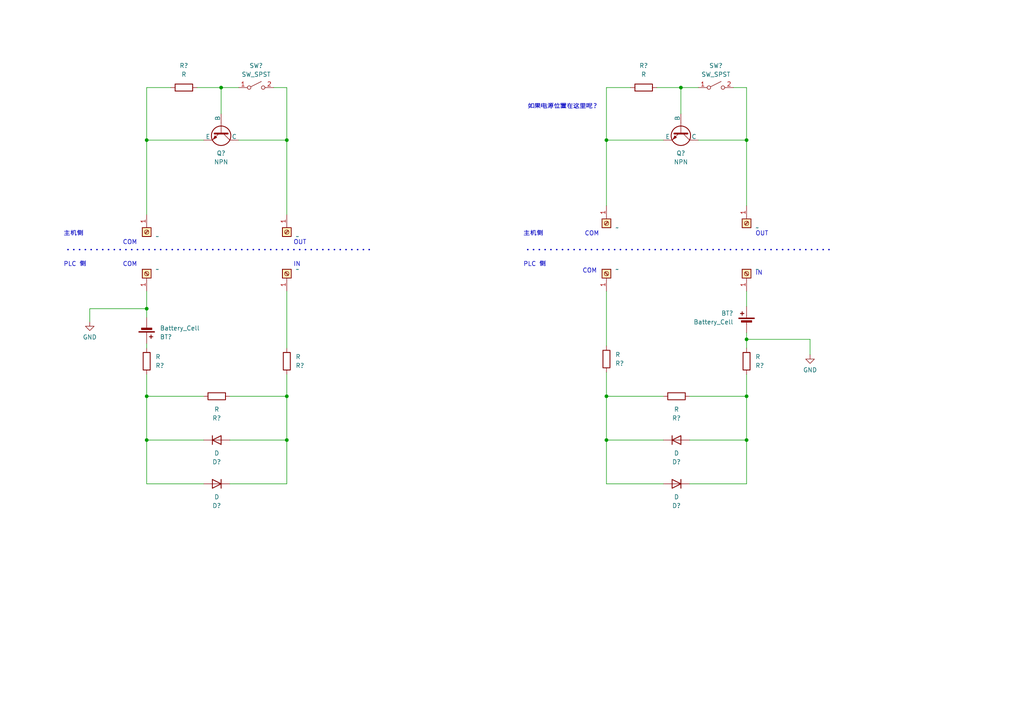
<source format=kicad_sch>
(kicad_sch (version 20230121) (generator eeschema)
  (paper "A4")
  (lib_symbols
    (symbol "Connector:Screw_Terminal_01x01" (pin_names (offset 1.016) hide)
      (property "Reference" "J" (at 0 2.54 0))
      (property "Value" "Screw_Terminal_01x01" (at 0 -2.54 0))
      (symbol "Screw_Terminal_01x01_1_1"
        (rectangle (start -1.27 1.27) (end 1.27 -1.27) (stroke (width 0.254)) (fill (type background)))
        (polyline (pts (xy -0.5334 0.3302) (xy 0.3302 -0.508)) (stroke (width 0.1524)))
        (polyline (pts (xy -0.3556 0.508) (xy 0.508 -0.3302)) (stroke (width 0.1524)))
        (circle (center 0 0) (radius 0.635) (stroke (width 0.1524)))
        (pin passive line (at -5.08 0 0) (length 3.81) (name "Pin_1") (number "1"))
      )
    )
    (symbol "Device:Battery_Cell" (pin_numbers hide) (pin_names (offset 0) hide)
      (property "Reference" "BT" (at 2.54 2.54 0))
      (property "Value" "Battery_Cell" (at 2.54 0 0))
      (symbol "Battery_Cell_0_1"
        (rectangle (start -2.286 1.778) (end 2.286 1.524) (fill (type outline)))
        (rectangle (start -1.524 1.016) (end 1.524 0.508) (fill (type outline)))
        (polyline (pts (xy 0 0.762) (xy 0 0)))
        (polyline (pts (xy 0 1.778) (xy 0 2.54)))
        (polyline (pts (xy 0.762 3.048) (xy 1.778 3.048)) (stroke (width 0.254)))
        (polyline (pts (xy 1.27 3.556) (xy 1.27 2.54)) (stroke (width 0.254)))
      )
      (symbol "Battery_Cell_1_1"
        (pin passive line (at 0 5.08 270) (length 2.54) (name "+") (number "1"))
        (pin passive line (at 0 -2.54 90) (length 2.54) (name "-") (number "2"))
      )
    )
    (symbol "Device:D" (pin_numbers hide) (pin_names (offset 1.016) hide)
      (property "Reference" "D" (at 0 2.54 0))
      (property "Value" "D" (at 0 -2.54 0))
      (symbol "D_0_1"
        (polyline (pts (xy -1.27 1.27) (xy -1.27 -1.27)) (stroke (width 0.254)))
        (polyline (pts (xy 1.27 0) (xy -1.27 0)))
        (polyline (pts (xy 1.27 1.27) (xy 1.27 -1.27) (xy -1.27 0) (xy 1.27 1.27)) (stroke (width 0.254)))
      )
      (symbol "D_1_1"
        (pin passive line (at -3.81 0 0) (length 2.54) (name "K") (number "1"))
        (pin passive line (at 3.81 0 180) (length 2.54) (name "A") (number "2"))
      )
    )
    (symbol "Device:R" (pin_numbers hide) (pin_names (offset 0))
      (property "Reference" "R" (at 2.032 0 90))
      (property "Value" "R" (at 0 0 90))
      (symbol "R_0_1"
        (rectangle (start -1.016 -2.54) (end 1.016 2.54) (stroke (width 0.254)))
      )
      (symbol "R_1_1"
        (pin passive line (at 0 3.81 270) (length 1.27) (name "~") (number "1"))
        (pin passive line (at 0 -3.81 90) (length 1.27) (name "~") (number "2"))
      )
    )
    (symbol "Simulation_SPICE:NPN" (pin_numbers hide) (pin_names (offset 0))
      (property "Reference" "Q" (at -2.54 7.62 0))
      (property "Value" "NPN" (at -2.54 5.08 0))
      (symbol "NPN_0_1"
        (polyline (pts (xy -2.54 0) (xy 0.635 0)) (stroke (width 0.1524)))
        (polyline (pts (xy 0.635 0.635) (xy 2.54 2.54)))
        (polyline (pts (xy 2.794 -1.27) (xy 2.794 -1.27)) (stroke (width 0.1524)))
        (polyline (pts (xy 2.794 -1.27) (xy 2.794 -1.27)) (stroke (width 0.1524)))
        (polyline (pts (xy 0.635 -0.635) (xy 2.54 -2.54) (xy 2.54 -2.54)))
        (polyline (pts (xy 0.635 1.905) (xy 0.635 -1.905) (xy 0.635 -1.905)) (stroke (width 0.508)))
        (polyline (pts (xy 1.27 -1.778) (xy 1.778 -1.27) (xy 2.286 -2.286) (xy 1.27 -1.778) (xy 1.27 -1.778)) (fill (type outline)))
        (circle (center 1.27 0) (radius 2.8194) (stroke (width 0.254)))
      )
      (symbol "NPN_1_1"
        (pin open_collector line (at 2.54 5.08 270) (length 2.54) (name "C") (number "1"))
        (pin input line (at -5.08 0 0) (length 2.54) (name "B") (number "2"))
        (pin open_emitter line (at 2.54 -5.08 90) (length 2.54) (name "E") (number "3"))
      )
    )
    (symbol "Switch:SW_SPST" (pin_names (offset 0) hide)
      (property "Reference" "SW" (at 0 3.175 0))
      (property "Value" "SW_SPST" (at 0 -2.54 0))
      (symbol "SW_SPST_0_0"
        (circle (center -2.032 0) (radius 0.508))
        (polyline (pts (xy -1.524 0.254) (xy 1.524 1.778)))
        (circle (center 2.032 0) (radius 0.508))
      )
      (symbol "SW_SPST_1_1"
        (pin passive line (at -5.08 0 0) (length 2.54) (name "A") (number "1"))
        (pin passive line (at 5.08 0 180) (length 2.54) (name "B") (number "2"))
      )
    )
    (symbol "power:GND" (power) (pin_names (offset 0))
      (property "Value" "GND" (at 0 -3.81 0))
      (symbol "GND_0_1"
        (polyline (pts (xy 0 0) (xy 0 -1.27) (xy 1.27 -1.27) (xy 0 -2.54) (xy -1.27 -1.27) (xy 0 -1.27)))
      )
      (symbol "GND_1_1"
        (pin power_in line (at 0 0 270) (length 0) hide (name "GND") (number "1"))
      )
    )
  )
  (junction (at 175.895 114.935))
  (junction (at 175.895 40.64))
  (junction (at 42.545 114.935))
  (junction (at 42.545 40.64))
  (junction (at 216.535 98.425))
  (junction (at 42.545 89.535))
  (junction (at 64.135 25.4))
  (junction (at 197.485 25.4))
  (junction (at 216.535 114.935))
  (junction (at 216.535 40.64))
  (junction (at 83.185 127.635))
  (junction (at 216.535 127.635))
  (junction (at 83.185 114.935))
  (junction (at 175.895 127.635))
  (junction (at 42.545 127.635))
  (junction (at 83.185 40.64))
  (wire (pts (xy 83.185 40.64) (xy 83.185 62.23)))
  (wire (pts (xy 42.545 114.935) (xy 59.055 114.935)))
  (wire (pts (xy 200.025 140.335) (xy 216.535 140.335)))
  (wire (pts (xy 216.535 98.425) (xy 216.535 96.52)))
  (wire (pts (xy 59.055 40.64) (xy 42.545 40.64)))
  (polyline (pts (xy 19.685 72.39) (xy 108.585 72.39)) (stroke (width 0.4) (type dot)))
  (wire (pts (xy 234.95 98.425) (xy 216.535 98.425)))
  (wire (pts (xy 42.545 25.4) (xy 42.545 40.64)))
  (wire (pts (xy 175.895 140.335) (xy 175.895 127.635)))
  (wire (pts (xy 212.725 25.4) (xy 216.535 25.4)))
  (wire (pts (xy 83.185 114.935) (xy 83.185 108.585)))
  (wire (pts (xy 69.215 40.64) (xy 83.185 40.64)))
  (wire (pts (xy 197.485 25.4) (xy 202.565 25.4)))
  (wire (pts (xy 42.545 40.64) (xy 42.545 62.23)))
  (wire (pts (xy 216.535 40.64) (xy 216.535 59.69)))
  (wire (pts (xy 59.055 140.335) (xy 42.545 140.335)))
  (wire (pts (xy 42.545 99.695) (xy 42.545 100.965)))
  (wire (pts (xy 192.405 140.335) (xy 175.895 140.335)))
  (wire (pts (xy 83.185 127.635) (xy 83.185 114.935)))
  (wire (pts (xy 216.535 140.335) (xy 216.535 127.635)))
  (wire (pts (xy 197.485 33.02) (xy 197.485 25.4)))
  (wire (pts (xy 26.035 93.345) (xy 26.035 89.535)))
  (wire (pts (xy 216.535 98.425) (xy 216.535 100.965)))
  (wire (pts (xy 64.135 25.4) (xy 69.215 25.4)))
  (wire (pts (xy 216.535 127.635) (xy 216.535 114.935)))
  (wire (pts (xy 59.055 127.635) (xy 42.545 127.635)))
  (wire (pts (xy 42.545 25.4) (xy 49.53 25.4)))
  (wire (pts (xy 192.405 127.635) (xy 175.895 127.635)))
  (wire (pts (xy 175.895 114.935) (xy 192.405 114.935)))
  (wire (pts (xy 175.895 25.4) (xy 182.88 25.4)))
  (wire (pts (xy 26.035 89.535) (xy 42.545 89.535)))
  (wire (pts (xy 42.545 127.635) (xy 42.545 114.935)))
  (wire (pts (xy 42.545 108.585) (xy 42.545 114.935)))
  (wire (pts (xy 83.185 140.335) (xy 83.185 127.635)))
  (wire (pts (xy 200.025 127.635) (xy 216.535 127.635)))
  (wire (pts (xy 234.95 98.425) (xy 234.95 102.87)))
  (wire (pts (xy 42.545 140.335) (xy 42.545 127.635)))
  (wire (pts (xy 216.535 114.935) (xy 216.535 108.585)))
  (wire (pts (xy 64.135 33.02) (xy 64.135 25.4)))
  (wire (pts (xy 175.895 40.64) (xy 175.895 59.69)))
  (wire (pts (xy 42.545 89.535) (xy 42.545 84.455)))
  (wire (pts (xy 216.535 25.4) (xy 216.535 40.64)))
  (wire (pts (xy 175.895 25.4) (xy 175.895 40.64)))
  (wire (pts (xy 200.025 114.935) (xy 216.535 114.935)))
  (polyline (pts (xy 153.035 72.39) (xy 241.935 72.39)) (stroke (width 0.4) (type dot)))
  (wire (pts (xy 216.535 88.9) (xy 216.535 84.455)))
  (wire (pts (xy 66.675 114.935) (xy 83.185 114.935)))
  (wire (pts (xy 66.675 140.335) (xy 83.185 140.335)))
  (wire (pts (xy 66.675 127.635) (xy 83.185 127.635)))
  (wire (pts (xy 192.405 40.64) (xy 175.895 40.64)))
  (wire (pts (xy 175.895 84.455) (xy 175.895 100.33)))
  (wire (pts (xy 175.895 127.635) (xy 175.895 114.935)))
  (wire (pts (xy 83.185 84.455) (xy 83.185 100.965)))
  (wire (pts (xy 190.5 25.4) (xy 197.485 25.4)))
  (wire (pts (xy 83.185 25.4) (xy 83.185 40.64)))
  (wire (pts (xy 202.565 40.64) (xy 216.535 40.64)))
  (wire (pts (xy 175.895 107.95) (xy 175.895 114.935)))
  (wire (pts (xy 57.15 25.4) (xy 64.135 25.4)))
  (wire (pts (xy 42.545 92.075) (xy 42.545 89.535)))
  (wire (pts (xy 79.375 25.4) (xy 83.185 25.4)))
  (text "COM" (at 35.56 77.47 0) (effects (font (size 1.27 1.27)) (justify left bottom)))
  (text "COM" (at 168.91 79.375 0) (effects (font (size 1.27 1.27)) (justify left bottom)))
  (text "主机侧" (at 151.765 68.58 0) (effects (font (size 1.27 1.27)) (justify left bottom)))
  (text "IN" (at 219.075 80.01 0) (effects (font (size 1.27 1.27)) (justify left bottom)))
  (text "IN" (at 85.09 77.47 0) (effects (font (size 1.27 1.27)) (justify left bottom)))
  (text "COM" (at 35.56 71.12 0) (effects (font (size 1.27 1.27)) (justify left bottom)))
  (text "COM" (at 169.545 68.58 0) (effects (font (size 1.27 1.27)) (justify left bottom)))
  (text "如果电源位置在这里呢？" (at 153.035 31.75 0) (effects (font (size 1.27 1.27)) (justify left bottom)))
  (text "OUT\n" (at 219.075 68.58 0) (effects (font (size 1.27 1.27)) (justify left bottom)))
  (text "OUT\n" (at 85.09 71.12 0) (effects (font (size 1.27 1.27)) (justify left bottom)))
  (text "PLC 侧" (at 18.415 77.47 0) (effects (font (size 1.27 1.27)) (justify left bottom)))
  (text "主机侧" (at 18.415 68.58 0) (effects (font (size 1.27 1.27)) (justify left bottom)))
  (text "PLC 侧" (at 151.765 77.47 0) (effects (font (size 1.27 1.27)) (justify left bottom)))
  (symbol (lib_id "Device:D") (at 196.215 140.335 0) (mirror y) (unit 1)
    (property "Reference" "D?" (at 196.215 146.685 0))
    (property "Value" "D" (at 196.215 144.145 0))
    (property "Sim.Device" "D" (effects hide))
    (property "Sim.Pins" "1=K 2=A" (effects hide))
    (instances (project "SimpeIODiagram" (path "" (reference "D?") (unit 1)) (path "" (reference "D12") (unit 1)) (path "" (reference "D3") (unit 1)) (path "" (reference "D2") (unit 1))))
  )
  (symbol (lib_id "power:GND") (at 26.035 93.345 0) (unit 1)
    (property "Reference" "#PWR02" (effects hide))
    (property "Value" "GND" (at 26.035 97.79 0))
    (instances (project "SimpeIODiagram" (path "" (reference "#PWR02") (unit 1)) (path "" (reference "#PWR03") (unit 1)) (path "" (reference "#PWR02") (unit 1))))
  )
  (symbol (lib_id "Device:D") (at 196.215 127.635 0) (mirror x) (unit 1)
    (property "Reference" "D?" (at 196.215 133.985 0))
    (property "Value" "D" (at 196.215 131.445 0))
    (property "Sim.Device" "D" (effects hide))
    (property "Sim.Pins" "1=K 2=A" (effects hide))
    (instances (project "SimpeIODiagram" (path "" (reference "D?") (unit 1)) (path "" (reference "D11") (unit 1)) (path "" (reference "D4") (unit 1)) (path "" (reference "D1") (unit 1))))
  )
  (symbol (lib_id "Connector:Screw_Terminal_01x01") (at 83.185 79.375 270) (mirror x) (unit 1)
    (property "Reference" "J15" (effects hide))
    (property "Value" "~" (at 85.725 78.105 90) (effects (justify left)))
    (instances (project "SimpeIODiagram" (path "" (reference "J15") (unit 1)) (path "" (reference "J22") (unit 1)) (path "" (reference "J15") (unit 1))))
  )
  (symbol (lib_id "Connector:Screw_Terminal_01x01") (at 42.545 67.31 270) (unit 1)
    (property "Reference" "J11" (effects hide))
    (property "Value" "~" (at 45.085 68.58 90) (effects (justify left)))
    (instances (project "SimpeIODiagram" (path "" (reference "J11") (unit 1)) (path "" (reference "J29") (unit 1)) (path "" (reference "J11") (unit 1))))
  )
  (symbol (lib_id "Connector:Screw_Terminal_01x01") (at 175.895 79.375 270) (mirror x) (unit 1)
    (property "Reference" "J11" (effects hide))
    (property "Value" "~" (at 178.435 78.105 90) (effects (justify left)))
    (instances (project "SimpeIODiagram" (path "" (reference "J11") (unit 1)) (path "" (reference "J17") (unit 1)) (path "" (reference "J11") (unit 1))))
  )
  (symbol (lib_id "Simulation_SPICE:NPN") (at 197.485 38.1 270) (unit 1)
    (property "Reference" "Q?" (at 197.485 44.45 90))
    (property "Value" "NPN" (at 197.485 46.99 90))
    (property "Sim.Device" "NPN" (effects hide))
    (property "Sim.Type" "GUMMELPOON" (effects hide))
    (property "Sim.Pins" "1=C 2=B 3=E" (effects hide))
    (instances (project "SimpeIODiagram" (path "" (reference "Q?") (unit 1)) (path "" (reference "Q1") (unit 1)) (path "" (reference "Q5") (unit 1)) (path "" (reference "Q1") (unit 1))))
  )
  (symbol (lib_id "Device:R") (at 53.34 25.4 90) (unit 1)
    (property "Reference" "R?" (at 53.34 19.05 90))
    (property "Value" "R" (at 53.34 21.59 90))
    (instances (project "SimpeIODiagram" (path "" (reference "R?") (unit 1)) (path "" (reference "R15") (unit 1)) (path "" (reference "R31") (unit 1)) (path "" (reference "R2") (unit 1))))
  )
  (symbol (lib_id "Connector:Screw_Terminal_01x01") (at 175.895 64.77 270) (unit 1)
    (property "Reference" "J11" (effects hide))
    (property "Value" "~" (at 178.435 66.04 90) (effects (justify left)))
    (instances (project "SimpeIODiagram" (path "" (reference "J11") (unit 1)) (path "" (reference "J23") (unit 1)) (path "" (reference "J11") (unit 1))))
  )
  (symbol (lib_id "Switch:SW_SPST") (at 207.645 25.4 0) (unit 1)
    (property "Reference" "SW?" (at 207.645 19.05 0))
    (property "Value" "SW_SPST" (at 207.645 21.59 0))
    (instances (project "SimpeIODiagram" (path "" (reference "SW?") (unit 1)) (path "" (reference "SW2") (unit 1)) (path "" (reference "SW6") (unit 1)) (path "" (reference "SW2") (unit 1))))
  )
  (symbol (lib_id "Device:D") (at 62.865 127.635 0) (mirror x) (unit 1)
    (property "Reference" "D?" (at 62.865 133.985 0))
    (property "Value" "D" (at 62.865 131.445 0))
    (property "Sim.Device" "D" (effects hide))
    (property "Sim.Pins" "1=K 2=A" (effects hide))
    (instances (project "SimpeIODiagram" (path "" (reference "D?") (unit 1)) (path "" (reference "D8") (unit 1)) (path "" (reference "D4") (unit 1)) (path "" (reference "D1") (unit 1))))
  )
  (symbol (lib_id "Connector:Screw_Terminal_01x01") (at 216.535 79.375 270) (mirror x) (unit 1)
    (property "Reference" "J15" (effects hide))
    (property "Value" "~" (at 219.075 78.105 90) (effects (justify left)))
    (instances (project "SimpeIODiagram" (path "" (reference "J15") (unit 1)) (path "" (reference "J18") (unit 1)) (path "" (reference "J15") (unit 1))))
  )
  (symbol (lib_id "Device:D") (at 62.865 140.335 0) (mirror y) (unit 1)
    (property "Reference" "D?" (at 62.865 146.685 0))
    (property "Value" "D" (at 62.865 144.145 0))
    (property "Sim.Device" "D" (effects hide))
    (property "Sim.Pins" "1=K 2=A" (effects hide))
    (instances (project "SimpeIODiagram" (path "" (reference "D?") (unit 1)) (path "" (reference "D7") (unit 1)) (path "" (reference "D3") (unit 1)) (path "" (reference "D2") (unit 1))))
  )
  (symbol (lib_id "Switch:SW_SPST") (at 74.295 25.4 0) (unit 1)
    (property "Reference" "SW?" (at 74.295 19.05 0))
    (property "Value" "SW_SPST" (at 74.295 21.59 0))
    (instances (project "SimpeIODiagram" (path "" (reference "SW?") (unit 1)) (path "" (reference "SW2") (unit 1)) (path "" (reference "SW2") (unit 1)) (path "" (reference "SW2") (unit 1))))
  )
  (symbol (lib_id "Simulation_SPICE:NPN") (at 64.135 38.1 270) (unit 1)
    (property "Reference" "Q?" (at 64.135 44.45 90))
    (property "Value" "NPN" (at 64.135 46.99 90))
    (property "Sim.Device" "NPN" (effects hide))
    (property "Sim.Type" "GUMMELPOON" (effects hide))
    (property "Sim.Pins" "1=C 2=B 3=E" (effects hide))
    (instances (project "SimpeIODiagram" (path "" (reference "Q?") (unit 1)) (path "" (reference "Q1") (unit 1)) (path "" (reference "Q1") (unit 1)) (path "" (reference "Q1") (unit 1))))
  )
  (symbol (lib_id "Device:R") (at 62.865 114.935 270) (mirror x) (unit 1)
    (property "Reference" "R?" (at 62.865 121.285 90))
    (property "Value" "R" (at 62.865 118.745 90))
    (instances (project "SimpeIODiagram" (path "" (reference "R?") (unit 1)) (path "" (reference "R13") (unit 1)) (path "" (reference "R6") (unit 1)) (path "" (reference "R3") (unit 1))))
  )
  (symbol (lib_id "Device:R") (at 196.215 114.935 270) (mirror x) (unit 1)
    (property "Reference" "R?" (at 196.215 121.285 90))
    (property "Value" "R" (at 196.215 118.745 90))
    (instances (project "SimpeIODiagram" (path "" (reference "R?") (unit 1)) (path "" (reference "R11") (unit 1)) (path "" (reference "R6") (unit 1)) (path "" (reference "R3") (unit 1))))
  )
  (symbol (lib_id "Device:R") (at 175.895 104.14 0) (mirror x) (unit 1)
    (property "Reference" "R?" (at 178.435 105.41 0) (effects (justify left)))
    (property "Value" "R" (at 178.435 102.87 0) (effects (justify left)))
    (instances (project "SimpeIODiagram" (path "" (reference "R?") (unit 1)) (path "" (reference "R4") (unit 1)) (path "" (reference "R5") (unit 1)) (path "" (reference "R2") (unit 1))))
  )
  (symbol (lib_id "Connector:Screw_Terminal_01x01") (at 216.535 64.77 270) (unit 1)
    (property "Reference" "J15" (effects hide))
    (property "Value" "~" (at 219.075 66.04 90) (effects (justify left)))
    (instances (project "SimpeIODiagram" (path "" (reference "J15") (unit 1)) (path "" (reference "J24") (unit 1)) (path "" (reference "J15") (unit 1))))
  )
  (symbol (lib_id "Device:R") (at 216.535 104.775 0) (mirror x) (unit 1)
    (property "Reference" "R?" (at 219.075 106.045 0) (effects (justify left)))
    (property "Value" "R" (at 219.075 103.505 0) (effects (justify left)))
    (instances (project "SimpeIODiagram" (path "" (reference "R?") (unit 1)) (path "" (reference "R18") (unit 1)) (path "" (reference "R7") (unit 1)) (path "" (reference "R1") (unit 1))))
  )
  (symbol (lib_id "Connector:Screw_Terminal_01x01") (at 83.185 67.31 270) (unit 1)
    (property "Reference" "J15" (effects hide))
    (property "Value" "~" (at 85.725 68.58 90) (effects (justify left)))
    (instances (project "SimpeIODiagram" (path "" (reference "J15") (unit 1)) (path "" (reference "J30") (unit 1)) (path "" (reference "J15") (unit 1))))
  )
  (symbol (lib_id "Connector:Screw_Terminal_01x01") (at 42.545 79.375 270) (mirror x) (unit 1)
    (property "Reference" "J11" (effects hide))
    (property "Value" "~" (at 45.085 78.105 90) (effects (justify left)))
    (instances (project "SimpeIODiagram" (path "" (reference "J11") (unit 1)) (path "" (reference "J19") (unit 1)) (path "" (reference "J11") (unit 1))))
  )
  (symbol (lib_id "Device:R") (at 42.545 104.775 0) (mirror x) (unit 1)
    (property "Reference" "R?" (at 45.085 106.045 0) (effects (justify left)))
    (property "Value" "R" (at 45.085 103.505 0) (effects (justify left)))
    (instances (project "SimpeIODiagram" (path "" (reference "R?") (unit 1)) (path "" (reference "R12") (unit 1)) (path "" (reference "R5") (unit 1)) (path "" (reference "R2") (unit 1))))
  )
  (symbol (lib_id "Device:Battery_Cell") (at 216.535 93.98 0) (mirror y) (unit 1)
    (property "Reference" "BT?" (at 212.725 90.8685 0) (effects (justify left)))
    (property "Value" "Battery_Cell" (at 212.725 93.4085 0) (effects (justify left)))
    (instances (project "SimpeIODiagram" (path "" (reference "BT?") (unit 1)) (path "" (reference "BT2") (unit 1)) (path "" (reference "BT3") (unit 1)) (path "" (reference "BT1") (unit 1))))
  )
  (symbol (lib_id "power:GND") (at 234.95 102.87 0) (unit 1)
    (property "Reference" "#PWR02" (effects hide))
    (property "Value" "GND" (at 234.95 107.315 0))
    (instances (project "SimpeIODiagram" (path "" (reference "#PWR02") (unit 1)) (path "" (reference "#PWR05") (unit 1)) (path "" (reference "#PWR02") (unit 1))))
  )
  (symbol (lib_id "Device:Battery_Cell") (at 42.545 94.615 0) (mirror x) (unit 1)
    (property "Reference" "BT?" (at 46.355 97.7265 0) (effects (justify left)))
    (property "Value" "Battery_Cell" (at 46.355 95.1865 0) (effects (justify left)))
    (instances (project "SimpeIODiagram" (path "" (reference "BT?") (unit 1)) (path "" (reference "BT6") (unit 1)) (path "" (reference "BT3") (unit 1)) (path "" (reference "BT1") (unit 1))))
  )
  (symbol (lib_id "Device:R") (at 186.69 25.4 90) (unit 1)
    (property "Reference" "R?" (at 186.69 19.05 90))
    (property "Value" "R" (at 186.69 21.59 90))
    (instances (project "SimpeIODiagram" (path "" (reference "R?") (unit 1)) (path "" (reference "R16") (unit 1)) (path "" (reference "R31") (unit 1)) (path "" (reference "R2") (unit 1))))
  )
  (symbol (lib_id "Device:R") (at 83.185 104.775 0) (mirror x) (unit 1)
    (property "Reference" "R?" (at 85.725 106.045 0) (effects (justify left)))
    (property "Value" "R" (at 85.725 103.505 0) (effects (justify left)))
    (instances (project "SimpeIODiagram" (path "" (reference "R?") (unit 1)) (path "" (reference "R14") (unit 1)) (path "" (reference "R7") (unit 1)) (path "" (reference "R1") (unit 1))))
  )
)
</source>
